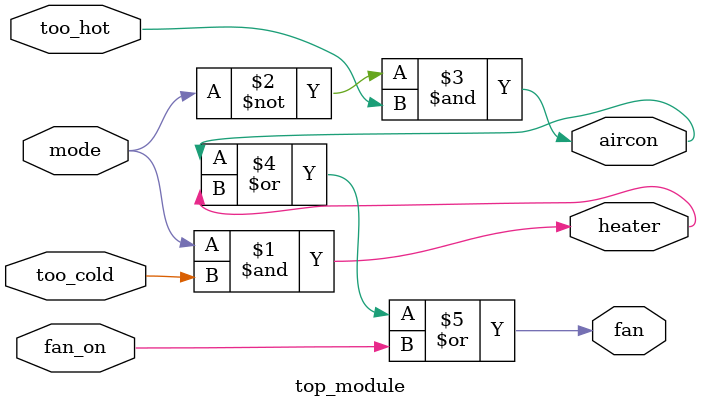
<source format=v>
module top_module (
    input too_cold,
    input too_hot,
    input mode,
    input fan_on,
    output heater,
    output aircon,
    output fan
); 
    assign heater = mode & too_cold;
    assign aircon = (~mode) & too_hot;
    assign fan = aircon | heater | fan_on;

endmodule

</source>
